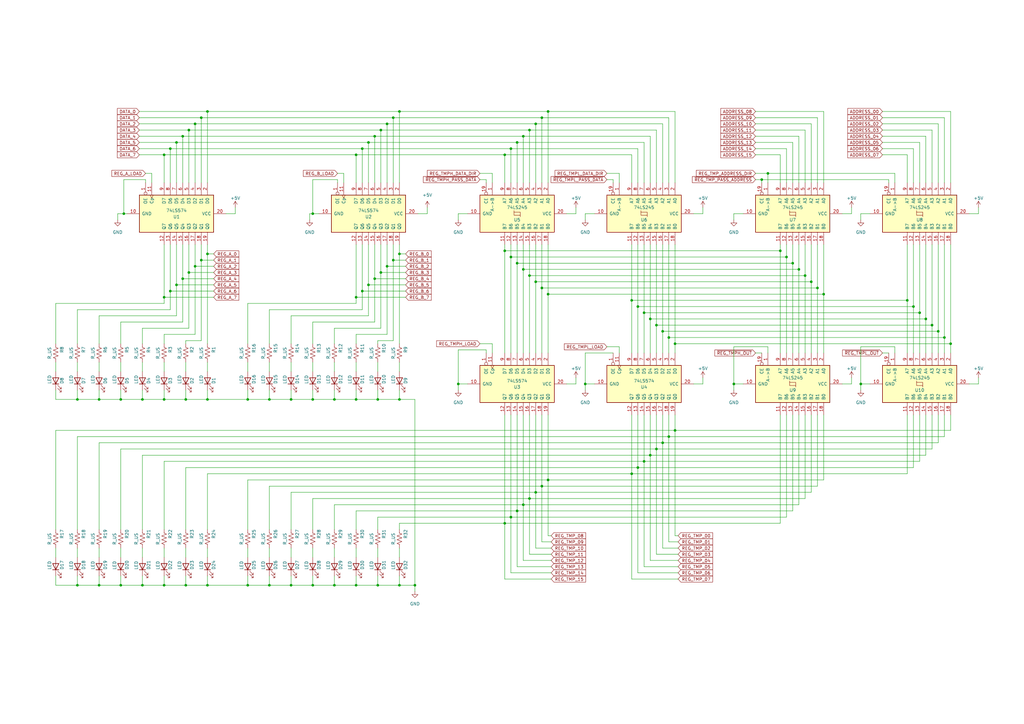
<source format=kicad_sch>
(kicad_sch (version 20231120) (generator "eeschema") (generator_version "8.0")
  (paper "A3")
  (junction (at 224.79 196.85))
  (junction (at 137.16 240.03))
  (junction (at 156.21 53.34))
  (junction (at 49.53 163.83))
  (junction (at 74.93 114.3))
  (junction (at 146.05 63.5))
  (junction (at 353.06 157.48))
  (junction (at 58.42 240.03))
  (junction (at 259.08 123.19))
  (junction (at 217.17 204.47))
  (junction (at 387.35 138.43))
  (junction (at 128.27 240.03))
  (junction (at 67.31 163.83))
  (junction (at 264.16 189.23))
  (junction (at 314.96 71.12))
  (junction (at 312.42 73.66))
  (junction (at 146.05 240.03))
  (junction (at 170.18 240.03))
  (junction (at 110.49 163.83))
  (junction (at 85.09 240.03))
  (junction (at 154.94 240.03))
  (junction (at 72.39 116.84))
  (junction (at 163.83 163.83))
  (junction (at 82.55 48.26))
  (junction (at 148.59 60.96))
  (junction (at 300.99 157.48))
  (junction (at 207.01 63.5))
  (junction (at 207.01 102.87))
  (junction (at 119.38 163.83))
  (junction (at 128.27 163.83))
  (junction (at 276.86 140.97))
  (junction (at 163.83 45.72))
  (junction (at 119.38 240.03))
  (junction (at 271.78 181.61))
  (junction (at 219.71 50.8))
  (junction (at 240.03 157.48))
  (junction (at 49.53 240.03))
  (junction (at 271.78 135.89))
  (junction (at 110.49 240.03))
  (junction (at 335.28 118.11))
  (junction (at 161.29 106.68))
  (junction (at 214.63 207.01))
  (junction (at 77.47 111.76))
  (junction (at 274.32 179.07))
  (junction (at 212.09 107.95))
  (junction (at 320.04 102.87))
  (junction (at 214.63 110.49))
  (junction (at 158.75 50.8))
  (junction (at 222.25 118.11))
  (junction (at 67.31 63.5))
  (junction (at 330.2 113.03))
  (junction (at 212.09 58.42))
  (junction (at 377.19 128.27))
  (junction (at 266.7 186.69))
  (junction (at 259.08 194.31))
  (junction (at 137.16 163.83))
  (junction (at 163.83 104.14))
  (junction (at 101.6 163.83))
  (junction (at 261.62 191.77))
  (junction (at 269.24 133.35))
  (junction (at 382.27 133.35))
  (junction (at 146.05 163.83))
  (junction (at 389.89 140.97))
  (junction (at 72.39 58.42))
  (junction (at 374.65 125.73))
  (junction (at 222.25 48.26))
  (junction (at 337.82 120.65))
  (junction (at 384.81 135.89))
  (junction (at 161.29 48.26))
  (junction (at 67.31 121.92))
  (junction (at 187.96 157.48))
  (junction (at 74.93 55.88))
  (junction (at 151.13 116.84))
  (junction (at 85.09 163.83))
  (junction (at 80.01 109.22))
  (junction (at 212.09 209.55))
  (junction (at 146.05 121.92))
  (junction (at 219.71 201.93))
  (junction (at 50.8 87.63))
  (junction (at 269.24 184.15))
  (junction (at 85.09 104.14))
  (junction (at 76.2 240.03))
  (junction (at 31.75 163.83))
  (junction (at 209.55 212.09))
  (junction (at 67.31 240.03))
  (junction (at 379.73 130.81))
  (junction (at 31.75 240.03))
  (junction (at 327.66 110.49))
  (junction (at 217.17 113.03))
  (junction (at 266.7 130.81))
  (junction (at 128.27 87.63))
  (junction (at 154.94 163.83))
  (junction (at 69.85 60.96))
  (junction (at 69.85 119.38))
  (junction (at 224.79 45.72))
  (junction (at 224.79 120.65))
  (junction (at 77.47 53.34))
  (junction (at 276.86 176.53))
  (junction (at 372.11 123.19))
  (junction (at 148.59 119.38))
  (junction (at 325.12 107.95))
  (junction (at 222.25 199.39))
  (junction (at 156.21 111.76))
  (junction (at 274.32 138.43))
  (junction (at 151.13 58.42))
  (junction (at 207.01 214.63))
  (junction (at 153.67 114.3))
  (junction (at 219.71 115.57))
  (junction (at 217.17 53.34))
  (junction (at 264.16 128.27))
  (junction (at 76.2 163.83))
  (junction (at 40.64 240.03))
  (junction (at 153.67 55.88))
  (junction (at 163.83 240.03))
  (junction (at 82.55 106.68))
  (junction (at 85.09 45.72))
  (junction (at 209.55 105.41))
  (junction (at 80.01 50.8))
  (junction (at 158.75 109.22))
  (junction (at 332.74 115.57))
  (junction (at 261.62 125.73))
  (junction (at 101.6 240.03))
  (junction (at 214.63 55.88))
  (junction (at 58.42 163.83))
  (junction (at 209.55 60.96))
  (junction (at 40.64 163.83))
  (junction (at 322.58 105.41))
  (wire (pts (xy 254 144.78) (xy 254 142.24)))
  (wire (pts (xy 320.04 170.18) (xy 320.04 214.63)))
  (wire (pts (xy 288.29 85.09) (xy 288.29 87.63)))
  (wire (pts (xy 69.85 127) (xy 31.75 127)))
  (wire (pts (xy 201.93 144.78) (xy 201.93 140.97)))
  (wire (pts (xy 196.85 140.97) (xy 201.93 140.97)))
  (wire (pts (xy 264.16 170.18) (xy 264.16 189.23)))
  (wire (pts (xy 217.17 227.33) (xy 226.06 227.33)))
  (wire (pts (xy 31.75 148.59) (xy 31.75 152.4)))
  (wire (pts (xy 128.27 236.22) (xy 128.27 240.03)))
  (wire (pts (xy 382.27 100.33) (xy 382.27 133.35)))
  (wire (pts (xy 389.89 74.93) (xy 389.89 45.72)))
  (wire (pts (xy 58.42 236.22) (xy 58.42 240.03)))
  (wire (pts (xy 222.25 199.39) (xy 335.28 199.39)))
  (wire (pts (xy 254 71.12) (xy 254 74.93)))
  (wire (pts (xy 236.22 85.09) (xy 236.22 87.63)))
  (wire (pts (xy 382.27 170.18) (xy 382.27 184.15)))
  (wire (pts (xy 22.86 224.79) (xy 22.86 228.6)))
  (wire (pts (xy 232.41 157.48) (xy 236.22 157.48)))
  (wire (pts (xy 337.82 170.18) (xy 337.82 196.85)))
  (wire (pts (xy 224.79 170.18) (xy 224.79 196.85)))
  (wire (pts (xy 49.53 160.02) (xy 49.53 163.83)))
  (wire (pts (xy 57.15 45.72) (xy 85.09 45.72)))
  (wire (pts (xy 300.99 157.48) (xy 304.8 157.48)))
  (wire (pts (xy 146.05 240.03) (xy 137.16 240.03)))
  (wire (pts (xy 154.94 224.79) (xy 154.94 228.6)))
  (wire (pts (xy 85.09 224.79) (xy 85.09 228.6)))
  (wire (pts (xy 137.16 148.59) (xy 137.16 152.4)))
  (wire (pts (xy 320.04 100.33) (xy 320.04 102.87)))
  (wire (pts (xy 322.58 170.18) (xy 322.58 212.09)))
  (wire (pts (xy 85.09 240.03) (xy 76.2 240.03)))
  (wire (pts (xy 57.15 58.42) (xy 72.39 58.42)))
  (wire (pts (xy 335.28 74.93) (xy 335.28 48.26)))
  (wire (pts (xy 158.75 100.33) (xy 158.75 109.22)))
  (wire (pts (xy 259.08 123.19) (xy 259.08 144.78)))
  (wire (pts (xy 22.86 236.22) (xy 22.86 240.03)))
  (wire (pts (xy 158.75 137.16) (xy 146.05 137.16)))
  (wire (pts (xy 259.08 194.31) (xy 372.11 194.31)))
  (wire (pts (xy 110.49 199.39) (xy 222.25 199.39)))
  (wire (pts (xy 224.79 219.71) (xy 226.06 219.71)))
  (wire (pts (xy 382.27 133.35) (xy 269.24 133.35)))
  (wire (pts (xy 110.49 127) (xy 110.49 140.97)))
  (wire (pts (xy 148.59 60.96) (xy 209.55 60.96)))
  (wire (pts (xy 58.42 186.69) (xy 58.42 217.17)))
  (wire (pts (xy 261.62 60.96) (xy 209.55 60.96)))
  (wire (pts (xy 300.99 157.48) (xy 300.99 160.02)))
  (wire (pts (xy 212.09 58.42) (xy 212.09 74.93)))
  (wire (pts (xy 300.99 87.63) (xy 300.99 90.17)))
  (wire (pts (xy 276.86 170.18) (xy 276.86 176.53)))
  (wire (pts (xy 274.32 179.07) (xy 387.35 179.07)))
  (wire (pts (xy 58.42 163.83) (xy 49.53 163.83)))
  (wire (pts (xy 96.52 85.09) (xy 96.52 87.63)))
  (wire (pts (xy 330.2 113.03) (xy 330.2 100.33)))
  (wire (pts (xy 374.65 125.73) (xy 374.65 100.33)))
  (wire (pts (xy 384.81 181.61) (xy 271.78 181.61)))
  (wire (pts (xy 243.84 87.63) (xy 240.03 87.63)))
  (wire (pts (xy 327.66 100.33) (xy 327.66 110.49)))
  (wire (pts (xy 261.62 191.77) (xy 76.2 191.77)))
  (wire (pts (xy 264.16 100.33) (xy 264.16 128.27)))
  (wire (pts (xy 146.05 209.55) (xy 146.05 217.17)))
  (wire (pts (xy 345.44 157.48) (xy 349.25 157.48)))
  (wire (pts (xy 274.32 170.18) (xy 274.32 179.07)))
  (wire (pts (xy 31.75 236.22) (xy 31.75 240.03)))
  (wire (pts (xy 74.93 114.3) (xy 87.63 114.3)))
  (wire (pts (xy 85.09 104.14) (xy 87.63 104.14)))
  (wire (pts (xy 209.55 74.93) (xy 209.55 60.96)))
  (wire (pts (xy 361.95 45.72) (xy 389.89 45.72)))
  (wire (pts (xy 76.2 224.79) (xy 76.2 228.6)))
  (wire (pts (xy 58.42 160.02) (xy 58.42 163.83)))
  (wire (pts (xy 156.21 74.93) (xy 156.21 53.34)))
  (wire (pts (xy 236.22 154.94) (xy 236.22 157.48)))
  (wire (pts (xy 187.96 157.48) (xy 191.77 157.48)))
  (wire (pts (xy 261.62 191.77) (xy 374.65 191.77)))
  (wire (pts (xy 261.62 125.73) (xy 261.62 144.78)))
  (wire (pts (xy 330.2 74.93) (xy 330.2 53.34)))
  (wire (pts (xy 77.47 111.76) (xy 77.47 134.62)))
  (wire (pts (xy 158.75 109.22) (xy 158.75 137.16)))
  (wire (pts (xy 101.6 224.79) (xy 101.6 228.6)))
  (wire (pts (xy 40.64 163.83) (xy 31.75 163.83)))
  (wire (pts (xy 389.89 170.18) (xy 389.89 176.53)))
  (wire (pts (xy 212.09 107.95) (xy 325.12 107.95)))
  (wire (pts (xy 387.35 170.18) (xy 387.35 179.07)))
  (wire (pts (xy 377.19 170.18) (xy 377.19 189.23)))
  (wire (pts (xy 128.27 148.59) (xy 128.27 152.4)))
  (wire (pts (xy 31.75 160.02) (xy 31.75 163.83)))
  (wire (pts (xy 92.71 87.63) (xy 96.52 87.63)))
  (wire (pts (xy 372.11 100.33) (xy 372.11 123.19)))
  (wire (pts (xy 264.16 128.27) (xy 264.16 144.78)))
  (wire (pts (xy 80.01 50.8) (xy 158.75 50.8)))
  (wire (pts (xy 379.73 170.18) (xy 379.73 186.69)))
  (wire (pts (xy 276.86 100.33) (xy 276.86 140.97)))
  (wire (pts (xy 309.88 50.8) (xy 332.74 50.8)))
  (wire (pts (xy 271.78 100.33) (xy 271.78 135.89)))
  (wire (pts (xy 269.24 170.18) (xy 269.24 184.15)))
  (wire (pts (xy 384.81 135.89) (xy 384.81 144.78)))
  (wire (pts (xy 163.83 240.03) (xy 170.18 240.03)))
  (wire (pts (xy 80.01 50.8) (xy 80.01 74.93)))
  (wire (pts (xy 148.59 127) (xy 110.49 127)))
  (wire (pts (xy 101.6 160.02) (xy 101.6 163.83)))
  (wire (pts (xy 309.88 63.5) (xy 320.04 63.5)))
  (wire (pts (xy 80.01 109.22) (xy 87.63 109.22)))
  (wire (pts (xy 224.79 196.85) (xy 337.82 196.85)))
  (wire (pts (xy 353.06 157.48) (xy 356.87 157.48)))
  (wire (pts (xy 67.31 100.33) (xy 67.31 121.92)))
  (wire (pts (xy 207.01 102.87) (xy 320.04 102.87)))
  (wire (pts (xy 259.08 194.31) (xy 259.08 237.49)))
  (wire (pts (xy 187.96 143.51) (xy 187.96 157.48)))
  (wire (pts (xy 163.83 148.59) (xy 163.83 152.4)))
  (wire (pts (xy 72.39 129.54) (xy 40.64 129.54)))
  (wire (pts (xy 335.28 118.11) (xy 335.28 100.33)))
  (wire (pts (xy 161.29 48.26) (xy 222.25 48.26)))
  (wire (pts (xy 325.12 74.93) (xy 325.12 58.42)))
  (wire (pts (xy 110.49 160.02) (xy 110.49 163.83)))
  (wire (pts (xy 154.94 148.59) (xy 154.94 152.4)))
  (wire (pts (xy 353.06 87.63) (xy 353.06 90.17)))
  (wire (pts (xy 209.55 170.18) (xy 209.55 212.09)))
  (wire (pts (xy 140.97 74.93) (xy 140.97 71.12)))
  (wire (pts (xy 146.05 236.22) (xy 146.05 240.03)))
  (wire (pts (xy 274.32 48.26) (xy 274.32 74.93)))
  (wire (pts (xy 138.43 73.66) (xy 128.27 73.66)))
  (wire (pts (xy 337.82 100.33) (xy 337.82 120.65)))
  (wire (pts (xy 57.15 53.34) (xy 77.47 53.34)))
  (wire (pts (xy 212.09 209.55) (xy 325.12 209.55)))
  (wire (pts (xy 337.82 120.65) (xy 337.82 144.78)))
  (wire (pts (xy 67.31 121.92) (xy 67.31 124.46)))
  (wire (pts (xy 271.78 135.89) (xy 271.78 144.78)))
  (wire (pts (xy 85.09 163.83) (xy 101.6 163.83)))
  (wire (pts (xy 58.42 148.59) (xy 58.42 152.4)))
  (wire (pts (xy 271.78 181.61) (xy 40.64 181.61)))
  (wire (pts (xy 67.31 63.5) (xy 146.05 63.5)))
  (wire (pts (xy 335.28 118.11) (xy 335.28 144.78)))
  (wire (pts (xy 31.75 224.79) (xy 31.75 228.6)))
  (wire (pts (xy 217.17 204.47) (xy 128.27 204.47)))
  (wire (pts (xy 284.48 87.63) (xy 288.29 87.63)))
  (wire (pts (xy 248.92 71.12) (xy 254 71.12)))
  (wire (pts (xy 261.62 125.73) (xy 374.65 125.73)))
  (wire (pts (xy 146.05 100.33) (xy 146.05 121.92)))
  (wire (pts (xy 222.25 48.26) (xy 222.25 74.93)))
  (wire (pts (xy 361.95 58.42) (xy 377.19 58.42)))
  (wire (pts (xy 57.15 63.5) (xy 67.31 63.5)))
  (wire (pts (xy 271.78 181.61) (xy 271.78 224.79)))
  (wire (pts (xy 69.85 74.93) (xy 69.85 60.96)))
  (wire (pts (xy 163.83 163.83) (xy 154.94 163.83)))
  (wire (pts (xy 274.32 222.25) (xy 278.13 222.25)))
  (wire (pts (xy 384.81 170.18) (xy 384.81 181.61)))
  (wire (pts (xy 69.85 100.33) (xy 69.85 119.38)))
  (wire (pts (xy 85.09 74.93) (xy 85.09 45.72)))
  (wire (pts (xy 128.27 240.03) (xy 119.38 240.03)))
  (wire (pts (xy 219.71 201.93) (xy 119.38 201.93)))
  (wire (pts (xy 72.39 74.93) (xy 72.39 58.42)))
  (wire (pts (xy 312.42 74.93) (xy 312.42 73.66)))
  (wire (pts (xy 217.17 100.33) (xy 217.17 113.03)))
  (wire (pts (xy 274.32 179.07) (xy 274.32 222.25)))
  (wire (pts (xy 271.78 135.89) (xy 384.81 135.89)))
  (wire (pts (xy 67.31 163.83) (xy 58.42 163.83)))
  (wire (pts (xy 212.09 58.42) (xy 264.16 58.42)))
  (wire (pts (xy 367.03 142.24) (xy 367.03 144.78)))
  (wire (pts (xy 240.03 157.48) (xy 240.03 160.02)))
  (wire (pts (xy 269.24 184.15) (xy 382.27 184.15)))
  (wire (pts (xy 212.09 232.41) (xy 226.06 232.41)))
  (wire (pts (xy 137.16 236.22) (xy 137.16 240.03)))
  (wire (pts (xy 387.35 74.93) (xy 387.35 48.26)))
  (wire (pts (xy 261.62 191.77) (xy 261.62 234.95)))
  (wire (pts (xy 85.09 240.03) (xy 101.6 240.03)))
  (wire (pts (xy 77.47 53.34) (xy 77.47 74.93)))
  (wire (pts (xy 337.82 120.65) (xy 224.79 120.65)))
  (wire (pts (xy 110.49 163.83) (xy 101.6 163.83)))
  (wire (pts (xy 175.26 85.09) (xy 175.26 87.63)))
  (wire (pts (xy 154.94 240.03) (xy 146.05 240.03)))
  (wire (pts (xy 137.16 207.01) (xy 137.16 217.17)))
  (wire (pts (xy 266.7 74.93) (xy 266.7 55.88)))
  (wire (pts (xy 361.95 55.88) (xy 379.73 55.88)))
  (wire (pts (xy 212.09 100.33) (xy 212.09 107.95)))
  (wire (pts (xy 31.75 179.07) (xy 31.75 217.17)))
  (wire (pts (xy 214.63 100.33) (xy 214.63 110.49)))
  (wire (pts (xy 76.2 139.7) (xy 76.2 140.97)))
  (wire (pts (xy 232.41 87.63) (xy 236.22 87.63)))
  (wire (pts (xy 219.71 201.93) (xy 219.71 224.79)))
  (wire (pts (xy 170.18 163.83) (xy 170.18 240.03)))
  (wire (pts (xy 266.7 229.87) (xy 278.13 229.87)))
  (wire (pts (xy 119.38 148.59) (xy 119.38 152.4)))
  (wire (pts (xy 153.67 114.3) (xy 166.37 114.3)))
  (wire (pts (xy 372.11 123.19) (xy 372.11 144.78)))
  (wire (pts (xy 40.64 240.03) (xy 31.75 240.03)))
  (wire (pts (xy 332.74 115.57) (xy 219.71 115.57)))
  (wire (pts (xy 219.71 224.79) (xy 226.06 224.79)))
  (wire (pts (xy 50.8 87.63) (xy 52.07 87.63)))
  (wire (pts (xy 266.7 100.33) (xy 266.7 130.81)))
  (wire (pts (xy 259.08 194.31) (xy 85.09 194.31)))
  (wire (pts (xy 309.88 58.42) (xy 325.12 58.42)))
  (wire (pts (xy 67.31 240.03) (xy 58.42 240.03)))
  (wire (pts (xy 274.32 179.07) (xy 31.75 179.07)))
  (wire (pts (xy 300.99 142.24) (xy 300.99 157.48)))
  (wire (pts (xy 217.17 170.18) (xy 217.17 204.47)))
  (wire (pts (xy 219.71 100.33) (xy 219.71 115.57)))
  (wire (pts (xy 264.16 232.41) (xy 278.13 232.41)))
  (wire (pts (xy 156.21 134.62) (xy 137.16 134.62)))
  (wire (pts (xy 377.19 128.27) (xy 377.19 144.78)))
  (wire (pts (xy 259.08 63.5) (xy 259.08 74.93)))
  (wire (pts (xy 59.69 71.12) (xy 62.23 71.12)))
  (wire (pts (xy 49.53 224.79) (xy 49.53 228.6)))
  (wire (pts (xy 22.86 176.53) (xy 22.86 217.17)))
  (wire (pts (xy 271.78 50.8) (xy 219.71 50.8)))
  (wire (pts (xy 72.39 100.33) (xy 72.39 116.84)))
  (wire (pts (xy 209.55 212.09) (xy 209.55 234.95)))
  (wire (pts (xy 224.79 196.85) (xy 224.79 219.71)))
  (wire (pts (xy 207.01 237.49) (xy 226.06 237.49)))
  (wire (pts (xy 80.01 137.16) (xy 67.31 137.16)))
  (wire (pts (xy 48.26 87.63) (xy 50.8 87.63)))
  (wire (pts (xy 128.27 160.02) (xy 128.27 163.83)))
  (wire (pts (xy 274.32 100.33) (xy 274.32 138.43)))
  (wire (pts (xy 127 87.63) (xy 127 90.17)))
  (wire (pts (xy 82.55 100.33) (xy 82.55 106.68)))
  (wire (pts (xy 276.86 74.93) (xy 276.86 45.72)))
  (wire (pts (xy 40.64 236.22) (xy 40.64 240.03)))
  (wire (pts (xy 67.31 224.79) (xy 67.31 228.6)))
  (wire (pts (xy 261.62 100.33) (xy 261.62 125.73)))
  (wire (pts (xy 248.92 73.66) (xy 251.46 73.66)))
  (wire (pts (xy 85.09 100.33) (xy 85.09 104.14)))
  (wire (pts (xy 217.17 113.03) (xy 330.2 113.03)))
  (wire (pts (xy 153.67 132.08) (xy 128.27 132.08)))
  (wire (pts (xy 374.65 74.93) (xy 374.65 60.96)))
  (wire (pts (xy 276.86 45.72) (xy 224.79 45.72)))
  (wire (pts (xy 146.05 163.83) (xy 137.16 163.83)))
  (wire (pts (xy 276.86 219.71) (xy 278.13 219.71)))
  (wire (pts (xy 22.86 160.02) (xy 22.86 163.83)))
  (wire (pts (xy 222.25 48.26) (xy 274.32 48.26)))
  (wire (pts (xy 389.89 100.33) (xy 389.89 140.97)))
  (wire (pts (xy 320.04 63.5) (xy 320.04 74.93)))
  (wire (pts (xy 49.53 184.15) (xy 49.53 217.17)))
  (wire (pts (xy 322.58 100.33) (xy 322.58 105.41)))
  (wire (pts (xy 372.11 74.93) (xy 372.11 63.5)))
  (wire (pts (xy 332.74 74.93) (xy 332.74 50.8)))
  (wire (pts (xy 207.01 170.18) (xy 207.01 214.63)))
  (wire (pts (xy 264.16 189.23) (xy 264.16 232.41)))
  (wire (pts (xy 146.05 124.46) (xy 101.6 124.46)))
  (wire (pts (xy 82.55 139.7) (xy 76.2 139.7)))
  (wire (pts (xy 119.38 160.02) (xy 119.38 163.83)))
  (wire (pts (xy 397.51 87.63) (xy 401.32 87.63)))
  (wire (pts (xy 191.77 87.63) (xy 187.96 87.63)))
  (wire (pts (xy 266.7 55.88) (xy 214.63 55.88)))
  (wire (pts (xy 154.94 139.7) (xy 154.94 140.97)))
  (wire (pts (xy 77.47 53.34) (xy 156.21 53.34)))
  (wire (pts (xy 151.13 58.42) (xy 212.09 58.42)))
  (wire (pts (xy 137.16 224.79) (xy 137.16 228.6)))
  (wire (pts (xy 69.85 119.38) (xy 87.63 119.38)))
  (wire (pts (xy 214.63 229.87) (xy 226.06 229.87)))
  (wire (pts (xy 222.25 118.11) (xy 335.28 118.11)))
  (wire (pts (xy 207.01 63.5) (xy 259.08 63.5)))
  (wire (pts (xy 217.17 113.03) (xy 217.17 144.78)))
  (wire (pts (xy 76.2 148.59) (xy 76.2 152.4)))
  (wire (pts (xy 76.2 240.03) (xy 67.31 240.03)))
  (wire (pts (xy 110.49 236.22) (xy 110.49 240.03)))
  (wire (pts (xy 57.15 60.96) (xy 69.85 60.96)))
  (wire (pts (xy 77.47 100.33) (xy 77.47 111.76)))
  (wire (pts (xy 209.55 212.09) (xy 154.94 212.09)))
  (wire (pts (xy 222.25 118.11) (xy 222.25 144.78)))
  (wire (pts (xy 309.88 48.26) (xy 335.28 48.26)))
  (wire (pts (xy 353.06 157.48) (xy 353.06 160.02)))
  (wire (pts (xy 59.69 73.66) (xy 50.8 73.66)))
  (wire (pts (xy 259.08 237.49) (xy 278.13 237.49)))
  (wire (pts (xy 59.69 74.93) (xy 59.69 73.66)))
  (wire (pts (xy 146.05 224.79) (xy 146.05 228.6)))
  (wire (pts (xy 361.95 60.96) (xy 374.65 60.96)))
  (wire (pts (xy 48.26 87.63) (xy 48.26 90.17)))
  (wire (pts (xy 259.08 100.33) (xy 259.08 123.19)))
  (wire (pts (xy 151.13 100.33) (xy 151.13 116.84)))
  (wire (pts (xy 153.67 55.88) (xy 153.67 74.93)))
  (wire (pts (xy 50.8 73.66) (xy 50.8 87.63)))
  (wire (pts (xy 187.96 87.63) (xy 187.96 90.17)))
  (wire (pts (xy 212.09 107.95) (xy 212.09 144.78)))
  (wire (pts (xy 212.09 209.55) (xy 146.05 209.55)))
  (wire (pts (xy 243.84 157.48) (xy 240.03 157.48)))
  (wire (pts (xy 161.29 106.68) (xy 161.29 139.7)))
  (wire (pts (xy 67.31 74.93) (xy 67.31 63.5)))
  (wire (pts (xy 31.75 127) (xy 31.75 140.97)))
  (wire (pts (xy 207.01 214.63) (xy 163.83 214.63)))
  (wire (pts (xy 276.86 140.97) (xy 389.89 140.97)))
  (wire (pts (xy 58.42 134.62) (xy 58.42 140.97)))
  (wire (pts (xy 69.85 119.38) (xy 69.85 127)))
  (wire (pts (xy 207.01 102.87) (xy 207.01 144.78)))
  (wire (pts (xy 212.09 170.18) (xy 212.09 209.55)))
  (wire (pts (xy 266.7 130.81) (xy 266.7 144.78)))
  (wire (pts (xy 276.86 176.53) (xy 389.89 176.53)))
  (wire (pts (xy 217.17 204.47) (xy 217.17 227.33)))
  (wire (pts (xy 76.2 236.22) (xy 76.2 240.03)))
  (wire (pts (xy 146.05 121.92) (xy 146.05 124.46)))
  (wire (pts (xy 163.83 104.14) (xy 166.37 104.14)))
  (wire (pts (xy 85.09 236.22) (xy 85.09 240.03)))
  (wire (pts (xy 154.94 212.09) (xy 154.94 217.17)))
  (wire (pts (xy 377.19 74.93) (xy 377.19 58.42)))
  (wire (pts (xy 364.49 74.93) (xy 364.49 73.66)))
  (wire (pts (xy 154.94 163.83) (xy 146.05 163.83)))
  (wire (pts (xy 261.62 170.18) (xy 261.62 191.77)))
  (wire (pts (xy 67.31 160.02) (xy 67.31 163.83)))
  (wire (pts (xy 49.53 236.22) (xy 49.53 240.03)))
  (wire (pts (xy 40.64 148.59) (xy 40.64 152.4)))
  (wire (pts (xy 327.66 55.88) (xy 327.66 74.93)))
  (wire (pts (xy 382.27 133.35) (xy 382.27 144.78)))
  (wire (pts (xy 349.25 154.94) (xy 349.25 157.48)))
  (wire (pts (xy 119.38 240.03) (xy 110.49 240.03)))
  (wire (pts (xy 264.16 189.23) (xy 67.31 189.23)))
  (wire (pts (xy 199.39 144.78) (xy 199.39 143.51)))
  (wire (pts (xy 22.86 124.46) (xy 22.86 140.97)))
  (wire (pts (xy 271.78 170.18) (xy 271.78 181.61)))
  (wire (pts (xy 309.88 53.34) (xy 330.2 53.34)))
  (wire (pts (xy 387.35 138.43) (xy 387.35 144.78)))
  (wire (pts (xy 269.24 100.33) (xy 269.24 133.35)))
  (wire (pts (xy 156.21 53.34) (xy 217.17 53.34)))
  (wire (pts (xy 72.39 116.84) (xy 87.63 116.84)))
  (wire (pts (xy 219.71 74.93) (xy 219.71 50.8)))
  (wire (pts (xy 325.12 170.18) (xy 325.12 209.55)))
  (wire (pts (xy 146.05 148.59) (xy 146.05 152.4)))
  (wire (pts (xy 163.83 163.83) (xy 170.18 163.83)))
  (wire (pts (xy 148.59 119.38) (xy 166.37 119.38)))
  (wire (pts (xy 224.79 100.33) (xy 224.79 120.65)))
  (wire (pts (xy 85.09 148.59) (xy 85.09 152.4)))
  (wire (pts (xy 209.55 105.41) (xy 209.55 144.78)))
  (wire (pts (xy 274.32 138.43) (xy 274.32 144.78)))
  (wire (pts (xy 148.59 60.96) (xy 148.59 74.93)))
  (wire (pts (xy 325.12 107.95) (xy 325.12 100.33)))
  (wire (pts (xy 40.64 129.54) (xy 40.64 140.97)))
  (wire (pts (xy 374.65 125.73) (xy 374.65 144.78)))
  (wire (pts (xy 163.83 240.03) (xy 154.94 240.03)))
  (wire (pts (xy 154.94 236.22) (xy 154.94 240.03)))
  (wire (pts (xy 161.29 48.26) (xy 161.29 74.93)))
  (wire (pts (xy 335.28 170.18) (xy 335.28 199.39)))
  (wire (pts (xy 74.93 100.33) (xy 74.93 114.3)))
  (wire (pts (xy 67.31 148.59) (xy 67.31 152.4)))
  (wire (pts (xy 201.93 74.93) (xy 201.93 71.12)))
  (wire (pts (xy 271.78 224.79) (xy 278.13 224.79)))
  (wire (pts (xy 151.13 129.54) (xy 119.38 129.54)))
  (wire (pts (xy 269.24 133.35) (xy 269.24 144.78)))
  (wire (pts (xy 163.83 160.02) (xy 163.83 163.83)))
  (wire (pts (xy 251.46 144.78) (xy 240.03 144.78)))
  (wire (pts (xy 217.17 204.47) (xy 330.2 204.47)))
  (wire (pts (xy 276.86 176.53) (xy 22.86 176.53)))
  (wire (pts (xy 31.75 240.03) (xy 22.86 240.03)))
  (wire (pts (xy 309.88 144.78) (xy 312.42 144.78)))
  (wire (pts (xy 153.67 114.3) (xy 153.67 132.08)))
  (wire (pts (xy 49.53 148.59) (xy 49.53 152.4)))
  (wire (pts (xy 146.05 137.16) (xy 146.05 140.97)))
  (wire (pts (xy 137.16 240.03) (xy 128.27 240.03)))
  (wire (pts (xy 264.16 58.42) (xy 264.16 74.93)))
  (wire (pts (xy 154.94 160.02) (xy 154.94 163.83)))
  (wire (pts (xy 212.09 209.55) (xy 212.09 232.41)))
  (wire (pts (xy 158.75 50.8) (xy 158.75 74.93)))
  (wire (pts (xy 101.6 196.85) (xy 101.6 217.17)))
  (wire (pts (xy 163.83 224.79) (xy 163.83 228.6)))
  (wire (pts (xy 82.55 106.68) (xy 82.55 139.7)))
  (wire (pts (xy 309.88 45.72) (xy 337.82 45.72)))
  (wire (pts (xy 101.6 148.59) (xy 101.6 152.4)))
  (wire (pts (xy 128.27 73.66) (xy 128.27 87.63)))
  (wire (pts (xy 327.66 110.49) (xy 327.66 144.78)))
  (wire (pts (xy 74.93 114.3) (xy 74.93 132.08)))
  (wire (pts (xy 67.31 236.22) (xy 67.31 240.03)))
  (wire (pts (xy 110.49 240.03) (xy 101.6 240.03)))
  (wire (pts (xy 251.46 74.93) (xy 251.46 73.66)))
  (wire (pts (xy 401.32 85.09) (xy 401.32 87.63)))
  (wire (pts (xy 49.53 163.83) (xy 40.64 163.83)))
  (wire (pts (xy 367.03 74.93) (xy 367.03 71.12)))
  (wire (pts (xy 207.01 214.63) (xy 207.01 237.49)))
  (wire (pts (xy 209.55 212.09) (xy 322.58 212.09)))
  (wire (pts (xy 269.24 184.15) (xy 269.24 227.33)))
  (wire (pts (xy 309.88 60.96) (xy 322.58 60.96)))
  (wire (pts (xy 261.62 234.95) (xy 278.13 234.95)))
  (wire (pts (xy 266.7 130.81) (xy 379.73 130.81)))
  (wire (pts (xy 151.13 116.84) (xy 166.37 116.84)))
  (wire (pts (xy 130.81 87.63) (xy 128.27 87.63)))
  (wire (pts (xy 377.19 100.33) (xy 377.19 128.27)))
  (wire (pts (xy 374.65 170.18) (xy 374.65 191.77)))
  (wire (pts (xy 74.93 74.93) (xy 74.93 55.88)))
  (wire (pts (xy 309.88 71.12) (xy 314.96 71.12)))
  (wire (pts (xy 269.24 227.33) (xy 278.13 227.33)))
  (wire (pts (xy 119.38 224.79) (xy 119.38 228.6)))
  (wire (pts (xy 187.96 157.48) (xy 187.96 160.02)))
  (wire (pts (xy 57.15 55.88) (xy 74.93 55.88)))
  (wire (pts (xy 128.27 224.79) (xy 128.27 228.6)))
  (wire (pts (xy 171.45 87.63) (xy 175.26 87.63)))
  (wire (pts (xy 153.67 55.88) (xy 214.63 55.88)))
  (wire (pts (xy 85.09 45.72) (xy 163.83 45.72)))
  (wire (pts (xy 49.53 132.08) (xy 49.53 140.97)))
  (wire (pts (xy 349.25 85.09) (xy 349.25 87.63)))
  (wire (pts (xy 146.05 63.5) (xy 207.01 63.5)))
  (wire (pts (xy 276.86 176.53) (xy 276.86 219.71)))
  (wire (pts (xy 224.79 196.85) (xy 101.6 196.85)))
  (wire (pts (xy 151.13 58.42) (xy 151.13 74.93)))
  (wire (pts (xy 322.58 105.41) (xy 322.58 144.78)))
  (wire (pts (xy 314.96 142.24) (xy 314.96 144.78)))
  (wire (pts (xy 31.75 163.83) (xy 22.86 163.83)))
  (wire (pts (xy 271.78 74.93) (xy 271.78 50.8)))
  (wire (pts (xy 101.6 124.46) (xy 101.6 140.97)))
  (wire (pts (xy 384.81 74.93) (xy 384.81 50.8)))
  (wire (pts (xy 158.75 109.22) (xy 166.37 109.22)))
  (wire (pts (xy 332.74 170.18) (xy 332.74 201.93)))
  (wire (pts (xy 222.25 100.33) (xy 222.25 118.11)))
  (wire (pts (xy 327.66 110.49) (xy 214.63 110.49)))
  (wire (pts (xy 76.2 191.77) (xy 76.2 217.17)))
  (wire (pts (xy 330.2 170.18) (xy 330.2 204.47)))
  (wire (pts (xy 217.17 53.34) (xy 269.24 53.34)))
  (wire (pts (xy 199.39 74.93) (xy 199.39 73.66)))
  (wire (pts (xy 76.2 163.83) (xy 67.31 163.83)))
  (wire (pts (xy 40.64 160.02) (xy 40.64 163.83)))
  (wire (pts (xy 361.95 53.34) (xy 382.27 53.34)))
  (wire (pts (xy 353.06 157.48) (xy 353.06 142.24)))
  (wire (pts (xy 163.83 100.33) (xy 163.83 104.14)))
  (wire (pts (xy 214.63 74.93) (xy 214.63 55.88)))
  (wire (pts (xy 266.7 170.18) (xy 266.7 186.69)))
  (wire (pts (xy 156.21 100.33) (xy 156.21 111.76)))
  (wire (pts (xy 58.42 240.03) (xy 49.53 240.03)))
  (wire (pts (xy 77.47 111.76) (xy 87.63 111.76)))
  (wire (pts (xy 156.21 111.76) (xy 166.37 111.76)))
  (wire (pts (xy 214.63 207.01) (xy 214.63 229.87)))
  (wire (pts (xy 170.18 240.03) (xy 170.18 242.57)))
  (wire (pts (xy 151.13 116.84) (xy 151.13 129.54)))
  (wire (pts (xy 110.49 148.59) (xy 110.49 152.4)))
  (wire (pts (xy 314.96 74.93) (xy 314.96 71.12)))
  (wire (pts (xy 40.64 181.61) (xy 40.64 217.17)))
  (wire (pts (xy 222.25 222.25) (xy 226.06 222.25)))
  (wire (pts (xy 76.2 160.02) (xy 76.2 163.83)))
  (wire (pts (xy 110.49 224.79) (xy 110.49 228.6)))
  (wire (pts (xy 314.96 142.24) (xy 300.99 142.24)))
  (wire (pts (xy 320.04 102.87) (xy 320.04 144.78)))
  (wire (pts (xy 337.82 74.93) (xy 337.82 45.72)))
  (wire (pts (xy 266.7 186.69) (xy 58.42 186.69)))
  (wire (pts (xy 401.32 154.94) (xy 401.32 157.48)))
  (wire (pts (xy 110.49 217.17) (xy 110.49 199.39)))
  (wire (pts (xy 82.55 74.93) (xy 82.55 48.26)))
  (wire (pts (xy 128.27 163.83) (xy 119.38 163.83)))
  (wire (pts (xy 119.38 236.22) (xy 119.38 240.03)))
  (wire (pts (xy 382.27 74.93) (xy 382.27 53.34)))
  (wire (pts (xy 224.79 120.65) (xy 224.79 144.78)))
  (wire (pts (xy 67.31 121.92) (xy 87.63 121.92)))
  (wire (pts (xy 276.86 140.97) (xy 276.86 144.78)))
  (wire (pts (xy 217.17 53.34) (xy 217.17 74.93)))
  (wire (pts (xy 219.71 115.57) (xy 219.71 144.78)))
  (wire (pts (xy 387.35 100.33) (xy 387.35 138.43)))
  (wire (pts (xy 224.79 74.93) (xy 224.79 45.72)))
  (wire (pts (xy 379.73 130.81) (xy 379.73 144.78)))
  (wire (pts (xy 377.19 128.27) (xy 264.16 128.27)))
  (wire (pts (xy 148.59 119.38) (xy 148.59 127)))
  (wire (pts (xy 219.71 170.18) (xy 219.71 201.93)))
  (wire (pts (xy 327.66 170.18) (xy 327.66 207.01)))
  (wire (pts (xy 207.01 214.63) (xy 320.04 214.63)))
  (wire (pts (xy 312.42 73.66) (xy 364.49 73.66)))
  (wire (pts (xy 72.39 116.84) (xy 72.39 129.54)))
  (wire (pts (xy 158.75 50.8) (xy 219.71 50.8)))
  (wire (pts (xy 219.71 201.93) (xy 332.74 201.93)))
  (wire (pts (xy 199.39 143.51) (xy 187.96 143.51)))
  (wire (pts (xy 119.38 163.83) (xy 110.49 163.83)))
  (wire (pts (xy 314.96 71.12) (xy 367.03 71.12)))
  (wire (pts (xy 196.85 73.66) (xy 199.39 73.66)))
  (wire (pts (xy 137.16 163.83) (xy 128.27 163.83)))
  (wire (pts (xy 325.12 107.95) (xy 325.12 144.78)))
  (wire (pts (xy 85.09 160.02) (xy 85.09 163.83)))
  (wire (pts (xy 148.59 100.33) (xy 148.59 119.38)))
  (wire (pts (xy 330.2 113.03) (xy 330.2 144.78)))
  (wire (pts (xy 361.95 48.26) (xy 387.35 48.26)))
  (wire (pts (xy 309.88 55.88) (xy 327.66 55.88)))
  (wire (pts (xy 361.95 50.8) (xy 384.81 50.8)))
  (wire (pts (xy 332.74 115.57) (xy 332.74 144.78)))
  (wire (pts (xy 397.51 157.48) (xy 401.32 157.48)))
  (wire (pts (xy 161.29 139.7) (xy 154.94 139.7)))
  (wire (pts (xy 345.44 87.63) (xy 349.25 87.63)))
  (wire (pts (xy 379.73 74.93) (xy 379.73 55.88)))
  (wire (pts (xy 361.95 63.5) (xy 372.11 63.5)))
  (wire (pts (xy 69.85 60.96) (xy 148.59 60.96)))
  (wire (pts (xy 364.49 144.78) (xy 361.95 144.78)))
  (wire (pts (xy 304.8 87.63) (xy 300.99 87.63)))
  (wire (pts (xy 85.09 194.31) (xy 85.09 217.17)))
  (wire (pts (xy 269.24 184.15) (xy 49.53 184.15)))
  (wire (pts (xy 85.09 163.83) (xy 76.2 163.83)))
  (wire (pts (xy 207.01 100.33) (xy 207.01 102.87)))
  (wire (pts (xy 138.43 71.12) (xy 140.97 71.12)))
  (wire (pts (xy 82.55 48.26) (xy 161.29 48.26)))
  (wire (pts (xy 138.43 74.93) (xy 138.43 73.66)))
  (wire (pts (xy 74.93 132.08) (xy 49.53 132.08)))
  (wire (pts (xy 80.01 100.33) (xy 80.01 109.22)))
  (wire (pts (xy 156.21 111.76) (xy 156.21 134.62)))
  (wire (pts (xy 264.16 189.23) (xy 377.19 189.23)))
  (wire (pts (xy 74.93 55.88) (xy 153.67 55.88)))
  (wire (pts (xy 332.74 100.33) (xy 332.74 115.57)))
  (wire (pts (xy 266.7 186.69) (xy 266.7 229.87)))
  (wire (pts (xy 85.09 104.14) (xy 85.09 140.97)))
  (wire (pts (xy 266.7 186.69) (xy 379.73 186.69)))
  (wire (pts (xy 146.05 63.5) (xy 146.05 74.93)))
  (wire (pts (xy 128.27 87.63) (xy 127 87.63)))
  (wire (pts (xy 82.55 106.68) (xy 87.63 106.68)))
  (wire (pts (xy 119.38 201.93) (xy 119.38 217.17)))
  (wire (pts (xy 372.11 170.18) (xy 372.11 194.31)))
  (wire (pts (xy 214.63 110.49) (xy 214.63 144.78)))
  (wire (pts (xy 22.86 148.59) (xy 22.86 152.4)))
  (wire (pts (xy 207.01 63.5) (xy 207.01 74.93)))
  (wire (pts (xy 222.25 170.18) (xy 222.25 199.39)))
  (wire (pts (xy 209.55 234.95) (xy 226.06 234.95)))
  (wire (pts (xy 222.25 199.39) (xy 222.25 222.25)))
  (wire (pts (xy 196.85 71.12) (xy 201.93 71.12)))
  (wire (pts (xy 284.48 157.48) (xy 288.29 157.48)))
  (wire (pts (xy 259.08 170.18) (xy 259.08 194.31)))
  (wire (pts (xy 40.64 224.79) (xy 40.64 228.6)))
  (wire (pts (xy 146.05 121.92) (xy 166.37 121.92)))
  (wire (pts (xy 137.16 160.02) (xy 137.16 163.83)))
  (wire (pts (xy 322.58 74.93) (xy 322.58 60.96)))
  (wire (pts (xy 161.29 100.33) (xy 161.29 106.68)))
  (wire (pts (xy 57.15 50.8) (xy 80.01 50.8)))
  (wire (pts (xy 153.67 100.33) (xy 153.67 114.3)))
  (wire (pts (xy 80.01 109.22) (xy 80.01 137.16)))
  (wire (pts (xy 67.31 189.23) (xy 67.31 217.17)))
  (wire (pts (xy 163.83 104.14) (xy 163.83 140.97)))
  (wire (pts (xy 57.15 48.26) (xy 82.55 48.26)))
  (wire (pts (xy 214.63 207.01) (xy 137.16 207.01)))
  (wire (pts (xy 288.29 154.94) (xy 288.29 157.48)))
  (wire (pts (xy 101.6 236.22) (xy 101.6 240.03)))
  (wire (pts (xy 240.03 144.78) (xy 240.03 157.48)))
  (wire (pts (xy 137.16 134.62) (xy 137.16 140.97)))
  (wire (pts (xy 77.47 134.62) (xy 58.42 134.62)))
  (wire (pts (xy 356.87 87.63) (xy 353.06 87.63)))
  (wire (pts (xy 379.73 130.81) (xy 379.73 100.33)))
  (wire (pts (xy 309.88 73.66) (xy 312.42 73.66)))
  (wire (pts (xy 209.55 105.41) (xy 322.58 105.41)))
  (wire (pts (xy 269.24 53.34) (xy 269.24 74.93)))
  (wire (pts (xy 384.81 135.89) (xy 384.81 100.33)))
  (wire (pts (xy 353.06 142.24) (xy 367.03 142.24)))
  (wire (pts (xy 163.83 45.72) (xy 224.79 45.72)))
  (wire (pts (xy 161.29 106.68) (xy 166.37 106.68)))
  (wire (pts (xy 214.63 207.01) (xy 327.66 207.01)))
  (wire (pts (xy 372.11 123.19) (xy 259.08 123.19)))
  (wire (pts (xy 128.27 204.47) (xy 128.27 217.17)))
  (wire (pts (xy 146.05 160.02) (xy 146.05 163.83)))
  (wire (pts (xy 387.35 138.43) (xy 274.32 138.43)))
  (wire (pts (xy 163.83 74.93) (xy 163.83 45.72)))
  (wire (pts (xy 119.38 129.54) (xy 119.38 140.97)))
  (wire (pts (xy 163.83 236.22) (xy 163.83 240.03)))
  (wire (pts (xy 128.27 132.08) (xy 128.27 140.97)))
  (wire (pts (xy 163.83 214.63) (xy 163.83 217.17)))
  (wire (pts (xy 214.63 170.18) (xy 214.63 207.01)))
  (wire (pts (xy 62.23 74.93) (xy 62.23 71.12)))
  (wire (pts (xy 67.31 137.16) (xy 67.31 140.97)))
  (wire (pts (xy 248.92 142.24) (xy 254 142.24)))
  (wire (pts (xy 49.53 240.03) (xy 40.64 240.03)))
  (wire (pts (xy 261.62 74.93) (xy 261.62 60.96)))
  (wire (pts (xy 58.42 224.79) (xy 58.42 228.6)))
  (wire (pts (xy 72.39 58.42) (xy 151.13 58.42)))
  (wire (pts (xy 209.55 100.33) (xy 209.55 105.41)))
  (wire (pts (xy 240.03 87.63) (xy 240.03 90.17)))
  (wire (pts (xy 67.31 124.46) (xy 22.86 124.46)))
  (wire (pts (xy 389.89 140.97) (xy 389.89 144.78)))
  (global_label "REG_A_5" (shape input) (at 87.63 116.84 0) (property "Intersheetrefs" "${INTERSHEET_REFS}" (effects (hide yes))))
  (global_label "ADDRESS_10" (shape input) (at 309.88 50.8 180) (property "Intersheetrefs" "${INTERSHEET_REFS}" (effects (hide yes))))
  (global_label "DATA_1" (shape input) (at 57.15 48.26 180) (property "Intersheetrefs" "${INTERSHEET_REFS}" (effects (hide yes))))
  (global_label "REG_A_0" (shape input) (at 87.63 104.14 0) (property "Intersheetrefs" "${INTERSHEET_REFS}" (effects (hide yes))))
  (global_label "REG_TMP_00" (shape input) (at 278.13 219.71 0) (property "Intersheetrefs" "${INTERSHEET_REFS}" (effects (hide yes))))
  (global_label "ADDRESS_01" (shape input) (at 361.95 48.26 180) (property "Intersheetrefs" "${INTERSHEET_REFS}" (effects (hide yes))))
  (global_label "~{REG_TMP_PASS_ADDRESS}" (shape input) (at 309.88 73.66 180) (property "Intersheetrefs" "${INTERSHEET_REFS}" (effects (hide yes))))
  (global_label "ADDRESS_03" (shape input) (at 361.95 53.34 180) (property "Intersheetrefs" "${INTERSHEET_REFS}" (effects (hide yes))))
  (global_label "REG_B_1" (shape input) (at 166.37 106.68 0) (property "Intersheetrefs" "${INTERSHEET_REFS}" (effects (hide yes))))
  (global_label "REG_TMP_08" (shape input) (at 226.06 219.71 0) (property "Intersheetrefs" "${INTERSHEET_REFS}" (effects (hide yes))))
  (global_label "ADDRESS_11" (shape input) (at 309.88 53.34 180) (property "Intersheetrefs" "${INTERSHEET_REFS}" (effects (hide yes))))
  (global_label "REG_TMP_07" (shape input) (at 278.13 237.49 0) (property "Intersheetrefs" "${INTERSHEET_REFS}" (effects (hide yes))))
  (global_label "REG_TMP_04" (shape input) (at 278.13 229.87 0) (property "Intersheetrefs" "${INTERSHEET_REFS}" (effects (hide yes))))
  (global_label "REG_B_7" (shape input) (at 166.37 121.92 0) (property "Intersheetrefs" "${INTERSHEET_REFS}" (effects (hide yes))))
  (global_label "REG_TMP_ADDRESS_DIR" (shape input) (at 309.88 71.12 180) (property "Intersheetrefs" "${INTERSHEET_REFS}" (effects (hide yes))))
  (global_label "REG_TMP_02" (shape input) (at 278.13 224.79 0) (property "Intersheetrefs" "${INTERSHEET_REFS}" (effects (hide yes))))
  (global_label "ADDRESS_06" (shape input) (at 361.95 60.96 180) (property "Intersheetrefs" "${INTERSHEET_REFS}" (effects (hide yes))))
  (global_label "DATA_4" (shape input) (at 57.15 55.88 180) (property "Intersheetrefs" "${INTERSHEET_REFS}" (effects (hide yes))))
  (global_label "REG_TMPH_DATA_DIR" (shape input) (at 196.85 71.12 180) (property "Intersheetrefs" "${INTERSHEET_REFS}" (effects (hide yes))))
  (global_label "REG_TMP_06" (shape input) (at 278.13 234.95 0) (property "Intersheetrefs" "${INTERSHEET_REFS}" (effects (hide yes))))
  (global_label "REG_TMP_11" (shape input) (at 226.06 227.33 0) (property "Intersheetrefs" "${INTERSHEET_REFS}" (effects (hide yes))))
  (global_label "~{REG_TMPH_OUT}" (shape input) (at 309.88 144.78 180) (property "Intersheetrefs" "${INTERSHEET_REFS}" (effects (hide yes))))
  (global_label "~{REG_TMPL_OUT}" (shape input) (at 361.95 144.78 180) (property "Intersheetrefs" "${INTERSHEET_REFS}" (effects (hide yes))))
  (global_label "REG_B_4" (shape input) (at 166.37 114.3 0) (property "Intersheetrefs" "${INTERSHEET_REFS}" (effects (hide yes))))
  (global_label "REG_TMP_14" (shape input) (at 226.06 234.95 0) (property "Intersheetrefs" "${INTERSHEET_REFS}" (effects (hide yes))))
  (global_label "ADDRESS_04" (shape input) (at 361.95 55.88 180) (property "Intersheetrefs" "${INTERSHEET_REFS}" (effects (hide yes))))
  (global_label "REG_TMP_12" (shape input) (at 226.06 229.87 0) (property "Intersheetrefs" "${INTERSHEET_REFS}" (effects (hide yes))))
  (global_label "DATA_2" (shape input) (at 57.15 50.8 180) (property "Intersheetrefs" "${INTERSHEET_REFS}" (effects (hide yes))))
  (global_label "ADDRESS_14" (shape input) (at 309.88 60.96 180) (property "Intersheetrefs" "${INTERSHEET_REFS}" (effects (hide yes))))
  (global_label "REG_B_6" (shape input) (at 166.37 119.38 0) (property "Intersheetrefs" "${INTERSHEET_REFS}" (effects (hide yes))))
  (global_label "REG_A_6" (shape input) (at 87.63 119.38 0) (property "Intersheetrefs" "${INTERSHEET_REFS}" (effects (hide yes))))
  (global_label "REG_TMP_01" (shape input) (at 278.13 222.25 0) (property "Intersheetrefs" "${INTERSHEET_REFS}" (effects (hide yes))))
  (global_label "ADDRESS_12" (shape input) (at 309.88 55.88 180) (property "Intersheetrefs" "${INTERSHEET_REFS}" (effects (hide yes))))
  (global_label "ADDRESS_05" (shape input) (at 361.95 58.42 180) (property "Intersheetrefs" "${INTERSHEET_REFS}" (effects (hide yes))))
  (global_label "REG_TMP_05" (shape input) (at 278.13 232.41 0) (property "Intersheetrefs" "${INTERSHEET_REFS}" (effects (hide yes))))
  (global_label "REG_TMP_15" (shape input) (at 226.06 237.49 0) (property "Intersheetrefs" "${INTERSHEET_REFS}" (effects (hide yes))))
  (global_label "ADDRESS_02" (shape input) (at 361.95 50.8 180) (property "Intersheetrefs" "${INTERSHEET_REFS}" (effects (hide yes))))
  (global_label "REG_TMP_03" (shape input) (at 278.13 227.33 0) (property "Intersheetrefs" "${INTERSHEET_REFS}" (effects (hide yes))))
  (global_label "REG_A_7" (shape input) (at 87.63 121.92 0) (property "Intersheetrefs" "${INTERSHEET_REFS}" (effects (hide yes))))
  (global_label "REG_A_1" (shape input) (at 87.63 106.68 0) (property "Intersheetrefs" "${INTERSHEET_REFS}" (effects (hide yes))))
  (global_label "REG_A_3" (shape input) (at 87.63 111.76 0) (property "Intersheetrefs" "${INTERSHEET_REFS}" (effects (hide yes))))
  (global_label "REG_B_3" (shape input) (at 166.37 111.76 0) (property "Intersheetrefs" "${INTERSHEET_REFS}" (effects (hide yes))))
  (global_label "ADDRESS_00" (shape input) (at 361.95 45.72 180) (property "Intersheetrefs" "${INTERSHEET_REFS}" (effects (hide yes))))
  (global_label "DATA_6" (shape input) (at 57.15 60.96 180) (property "Intersheetrefs" "${INTERSHEET_REFS}" (effects (hide yes))))
  (global_label "REG_TMP_13" (shape input) (at 226.06 232.41 0) (property "Intersheetrefs" "${INTERSHEET_REFS}" (effects (hide yes))))
  (global_label "DATA_7" (shape input) (at 57.15 63.5 180) (property "Intersheetrefs" "${INTERSHEET_REFS}" (effects (hide yes))))
  (global_label "DATA_3" (shape input) (at 57.15 53.34 180) (property "Intersheetrefs" "${INTERSHEET_REFS}" (effects (hide yes))))
  (global_label "~{REG_TMPL_PASS_DATA}" (shape input) (at 248.92 73.66 180) (property "Intersheetrefs" "${INTERSHEET_REFS}" (effects (hide yes))))
  (global_label "DATA_5" (shape input) (at 57.15 58.42 180) (property "Intersheetrefs" "${INTERSHEET_REFS}" (effects (hide yes))))
  (global_label "REG_B_0" (shape input) (at 166.37 104.14 0) (property "Intersheetrefs" "${INTERSHEET_REFS}" (effects (hide yes))))
  (global_label "REG_TMPL_LOAD" (shape input) (at 248.92 142.24 180) (property "Intersheetrefs" "${INTERSHEET_REFS}" (effects (hide yes))))
  (global_label "ADDRESS_08" (shape input) (at 309.88 45.72 180) (property "Intersheetrefs" "${INTERSHEET_REFS}" (effects (hide yes))))
  (global_label "REG_TMP_09" (shape input) (at 226.06 222.25 0) (property "Intersheetrefs" "${INTERSHEET_REFS}" (effects (hide yes))))
  (global_label "REG_B_5" (shape input) (at 166.37 116.84 0) (property "Intersheetrefs" "${INTERSHEET_REFS}" (effects (hide yes))))
  (global_label "REG_A_4" (shape input) (at 87.63 114.3 0) (property "Intersheetrefs" "${INTERSHEET_REFS}" (effects (hide yes))))
  (global_label "REG_A_LOAD" (shape input) (at 59.69 71.12 180) (property "Intersheetrefs" "${INTERSHEET_REFS}" (effects (hide yes))))
  (global_label "ADDRESS_07" (shape input) (at 361.95 63.5 180) (property "Intersheetrefs" "${INTERSHEET_REFS}" (effects (hide yes))))
  (global_label "REG_TMP_10" (shape input) (at 226.06 224.79 0) (property "Intersheetrefs" "${INTERSHEET_REFS}" (effects (hide yes))))
  (global_label "~{REG_TMPH_PASS_DATA}" (shape input) (at 196.85 73.66 180) (property "Intersheetrefs" "${INTERSHEET_REFS}" (effects (hide yes))))
  (global_label "REG_B_2" (shape input) (at 166.37 109.22 0) (property "Intersheetrefs" "${INTERSHEET_REFS}" (effects (hide yes))))
  (global_label "REG_B_LOAD" (shape input) (at 138.43 71.12 180) (property "Intersheetrefs" "${INTERSHEET_REFS}" (effects (hide yes))))
  (global_label "ADDRESS_13" (shape input) (at 309.88 58.42 180) (property "Intersheetrefs" "${INTERSHEET_REFS}" (effects (hide yes))))
  (global_label "REG_TMPH_LOAD" (shape input) (at 196.85 140.97 180) (property "Intersheetrefs" "${INTERSHEET_REFS}" (effects (hide yes))))
  (global_label "ADDRESS_09" (shape input) (at 309.88 48.26 180) (property "Intersheetrefs" "${INTERSHEET_REFS}" (effects (hide yes))))
  (global_label "REG_A_2" (shape input) (at 87.63 109.22 0) (property "Intersheetrefs" "${INTERSHEET_REFS}" (effects (hide yes))))
  (global_label "REG_TMPL_DATA_DIR" (shape input) (at 248.92 71.12 180) (property "Intersheetrefs" "${INTERSHEET_REFS}" (effects (hide yes))))
  (global_label "DATA_0" (shape input) (at 57.15 45.72 180) (property "Intersheetrefs" "${INTERSHEET_REFS}" (effects (hide yes))))
  (global_label "ADDRESS_15" (shape input) (at 309.88 63.5 180) (property "Intersheetrefs" "${INTERSHEET_REFS}" (effects (hide yes))))
  (symbol (lib_id "power:GND") (at 48.26 90.17 0) (unit 1)
    (property "Reference" "#PWR01" (effects (hide yes)))
    (property "Value" "GND" (at 48.26 95.25 0))
  )
  (symbol (lib_id "Device:LED") (at 119.38 156.21 90) (unit 1)
    (property "Reference" "D14" (at 121.92 157.48 0) (effects (justify left)))
    (property "Value" "LED" (at 116.84 157.48 0) (effects (justify left)))
  )
  (symbol (lib_id "Device:LED") (at 76.2 156.21 90) (unit 1)
    (property "Reference" "D2" (at 78.74 157.48 0) (effects (justify left)))
    (property "Value" "LED" (at 73.66 157.48 0) (effects (justify left)))
  )
  (symbol (lib_id "Device:LED") (at 58.42 232.41 90) (unit 1)
    (property "Reference" "D21" (at 60.96 233.68 0) (effects (justify left)))
    (property "Value" "LED" (at 55.88 233.68 0) (effects (justify left)))
  )
  (symbol (lib_id "Device:LED") (at 49.53 156.21 90) (unit 1)
    (property "Reference" "D5" (at 52.07 157.48 0) (effects (justify left)))
    (property "Value" "LED" (at 46.99 157.48 0) (effects (justify left)))
  )
  (symbol (lib_id "Device:R_US") (at 128.27 220.98 0) (unit 1)
    (property "Reference" "R28" (at 130.81 220.98 90) (effects (justify left)))
    (property "Value" "R_US" (at 125.73 223.52 90) (effects (justify left)))
  )
  (symbol (lib_id "power:GND") (at 300.99 90.17 0) (unit 1)
    (property "Reference" "#PWR011" (effects (hide yes)))
    (property "Value" "GND" (at 300.99 95.25 0))
  )
  (symbol (lib_id "Device:R_US") (at 146.05 144.78 0) (unit 1)
    (property "Reference" "R11" (at 148.59 144.78 90) (effects (justify left)))
    (property "Value" "R_US" (at 143.51 147.32 90) (effects (justify left)))
  )
  (symbol (lib_id "Device:LED") (at 119.38 232.41 90) (unit 1)
    (property "Reference" "D27" (at 121.92 233.68 0) (effects (justify left)))
    (property "Value" "LED" (at 116.84 233.68 0) (effects (justify left)))
  )
  (symbol (lib_id "74xx:74LS245") (at 377.19 87.63 270) (unit 1)
    (property "Reference" "U8" (at 377.19 90.17 90))
    (property "Value" "74LS245" (at 377.19 85.09 90))
    (property "Datasheet" "http://www.ti.com/lit/gpn/sn74LS245" (effects (hide yes)))
  )
  (symbol (lib_id "Device:R_US") (at 101.6 144.78 0) (unit 1)
    (property "Reference" "R16" (at 104.14 144.78 90) (effects (justify left)))
    (property "Value" "R_US" (at 99.06 147.32 90) (effects (justify left)))
  )
  (symbol (lib_id "Device:LED") (at 49.53 232.41 90) (unit 1)
    (property "Reference" "D20" (at 52.07 233.68 0) (effects (justify left)))
    (property "Value" "LED" (at 46.99 233.68 0) (effects (justify left)))
  )
  (symbol (lib_id "Device:LED") (at 67.31 156.21 90) (unit 1)
    (property "Reference" "D3" (at 69.85 157.48 0) (effects (justify left)))
    (property "Value" "LED" (at 64.77 157.48 0) (effects (justify left)))
  )
  (symbol (lib_id "Device:LED") (at 154.94 156.21 90) (unit 1)
    (property "Reference" "D10" (at 157.48 157.48 0) (effects (justify left)))
    (property "Value" "LED" (at 152.4 157.48 0) (effects (justify left)))
  )
  (symbol (lib_id "Device:LED") (at 31.75 156.21 90) (unit 1)
    (property "Reference" "D7" (at 34.29 157.48 0) (effects (justify left)))
    (property "Value" "LED" (at 29.21 157.48 0) (effects (justify left)))
  )
  (symbol (lib_id "74xx:74LS245") (at 264.16 87.63 270) (unit 1)
    (property "Reference" "U6" (at 264.16 90.17 90))
    (property "Value" "74LS245" (at 264.16 85.09 90))
    (property "Datasheet" "http://www.ti.com/lit/gpn/sn74LS245" (effects (hide yes)))
  )
  (symbol (lib_id "Device:R_US") (at 163.83 144.78 0) (unit 1)
    (property "Reference" "R9" (at 166.37 144.78 90) (effects (justify left)))
    (property "Value" "R_US" (at 161.29 147.32 90) (effects (justify left)))
  )
  (symbol (lib_id "Device:R_US") (at 101.6 220.98 0) (unit 1)
    (property "Reference" "R25" (at 104.14 220.98 90) (effects (justify left)))
    (property "Value" "R_US" (at 99.06 223.52 90) (effects (justify left)))
  )
  (symbol (lib_id "Device:LED") (at 154.94 232.41 90) (unit 1)
    (property "Reference" "D31" (at 157.48 233.68 0) (effects (justify left)))
    (property "Value" "LED" (at 152.4 233.68 0) (effects (justify left)))
  )
  (symbol (lib_id "Device:R_US") (at 49.53 144.78 0) (unit 1)
    (property "Reference" "R5" (at 52.07 144.78 90) (effects (justify left)))
    (property "Value" "R_US" (at 46.99 147.32 90) (effects (justify left)))
  )
  (symbol (lib_id "Device:R_US") (at 119.38 144.78 0) (unit 1)
    (property "Reference" "R14" (at 121.92 144.78 90) (effects (justify left)))
    (property "Value" "R_US" (at 116.84 147.32 90) (effects (justify left)))
  )
  (symbol (lib_id "Device:LED") (at 146.05 232.41 90) (unit 1)
    (property "Reference" "D30" (at 148.59 233.68 0) (effects (justify left)))
    (property "Value" "LED" (at 143.51 233.68 0) (effects (justify left)))
  )
  (symbol (lib_id "Device:R_US") (at 58.42 144.78 0) (unit 1)
    (property "Reference" "R4" (at 60.96 144.78 90) (effects (justify left)))
    (property "Value" "R_US" (at 55.88 147.32 90) (effects (justify left)))
  )
  (symbol (lib_id "Device:R_US") (at 128.27 144.78 0) (unit 1)
    (property "Reference" "R13" (at 130.81 144.78 90) (effects (justify left)))
    (property "Value" "R_US" (at 125.73 147.32 90) (effects (justify left)))
  )
  (symbol (lib_id "power:+5V") (at 288.29 154.94 0) (unit 1)
    (property "Reference" "#PWR016" (effects (hide yes)))
    (property "Value" "+5V" (at 288.29 151.13 0))
  )
  (symbol (lib_id "Device:LED") (at 40.64 232.41 90) (unit 1)
    (property "Reference" "D19" (at 43.18 233.68 0) (effects (justify left)))
    (property "Value" "LED" (at 38.1 233.68 0) (effects (justify left)))
  )
  (symbol (lib_id "Device:LED") (at 67.31 232.41 90) (unit 1)
    (property "Reference" "D22" (at 69.85 233.68 0) (effects (justify left)))
    (property "Value" "LED" (at 64.77 233.68 0) (effects (justify left)))
  )
  (symbol (lib_id "Device:R_US") (at 76.2 220.98 0) (unit 1)
    (property "Reference" "R23" (at 78.74 220.98 90) (effects (justify left)))
    (property "Value" "R_US" (at 73.66 223.52 90) (effects (justify left)))
  )
  (symbol (lib_id "power:GND") (at 127 90.17 0) (unit 1)
    (property "Reference" "#PWR02" (effects (hide yes)))
    (property "Value" "GND" (at 127 95.25 0))
  )
  (symbol (lib_id "Device:LED") (at 128.27 156.21 90) (unit 1)
    (property "Reference" "D13" (at 130.81 157.48 0) (effects (justify left)))
    (property "Value" "LED" (at 125.73 157.48 0) (effects (justify left)))
  )
  (symbol (lib_id "power:+5V") (at 401.32 154.94 0) (unit 1)
    (property "Reference" "#PWR019" (effects (hide yes)))
    (property "Value" "+5V" (at 401.32 151.13 0))
  )
  (symbol (lib_id "Device:R_US") (at 40.64 220.98 0) (unit 1)
    (property "Reference" "R19" (at 43.18 220.98 90) (effects (justify left)))
    (property "Value" "R_US" (at 38.1 223.52 90) (effects (justify left)))
  )
  (symbol (lib_id "Device:LED") (at 110.49 156.21 90) (unit 1)
    (property "Reference" "D15" (at 113.03 157.48 0) (effects (justify left)))
    (property "Value" "LED" (at 107.95 157.48 0) (effects (justify left)))
  )
  (symbol (lib_id "Device:R_US") (at 67.31 144.78 0) (unit 1)
    (property "Reference" "R3" (at 69.85 144.78 90) (effects (justify left)))
    (property "Value" "R_US" (at 64.77 147.32 90) (effects (justify left)))
  )
  (symbol (lib_id "Device:LED") (at 146.05 156.21 90) (unit 1)
    (property "Reference" "D11" (at 148.59 157.48 0) (effects (justify left)))
    (property "Value" "LED" (at 143.51 157.48 0) (effects (justify left)))
  )
  (symbol (lib_id "power:+5V") (at 401.32 85.09 0) (unit 1)
    (property "Reference" "#PWR09" (effects (hide yes)))
    (property "Value" "+5V" (at 401.32 81.28 0))
  )
  (symbol (lib_id "power:+5V") (at 349.25 85.09 0) (unit 1)
    (property "Reference" "#PWR010" (effects (hide yes)))
    (property "Value" "+5V" (at 349.25 81.28 0))
  )
  (symbol (lib_id "power:+5V") (at 349.25 154.94 0) (unit 1)
    (property "Reference" "#PWR017" (effects (hide yes)))
    (property "Value" "+5V" (at 349.25 151.13 0))
  )
  (symbol (lib_id "power:GND") (at 300.99 160.02 0) (unit 1)
    (property "Reference" "#PWR020" (effects (hide yes)))
    (property "Value" "GND" (at 300.99 165.1 0))
  )
  (symbol (lib_id "Device:LED") (at 137.16 232.41 90) (unit 1)
    (property "Reference" "D29" (at 139.7 233.68 0) (effects (justify left)))
    (property "Value" "LED" (at 134.62 233.68 0) (effects (justify left)))
  )
  (symbol (lib_id "Device:LED") (at 101.6 232.41 90) (unit 1)
    (property "Reference" "D25" (at 104.14 233.68 0) (effects (justify left)))
    (property "Value" "LED" (at 99.06 233.68 0) (effects (justify left)))
  )
  (symbol (lib_id "Device:R_US") (at 119.38 220.98 0) (unit 1)
    (property "Reference" "R27" (at 121.92 220.98 90) (effects (justify left)))
    (property "Value" "R_US" (at 116.84 223.52 90) (effects (justify left)))
  )
  (symbol (lib_id "74xx:74LS245") (at 212.09 87.63 270) (unit 1)
    (property "Reference" "U5" (at 212.09 90.17 90))
    (property "Value" "74LS245" (at 212.09 85.09 90))
    (property "Datasheet" "http://www.ti.com/lit/gpn/sn74LS245" (effects (hide yes)))
  )
  (symbol (lib_id "Device:R_US") (at 154.94 220.98 0) (unit 1)
    (property "Reference" "R31" (at 157.48 220.98 90) (effects (justify left)))
    (property "Value" "R_US" (at 152.4 223.52 90) (effects (justify left)))
  )
  (symbol (lib_id "Device:LED") (at 85.09 232.41 90) (unit 1)
    (property "Reference" "D24" (at 87.63 233.68 0) (effects (justify left)))
    (property "Value" "LED" (at 82.55 233.68 0) (effects (justify left)))
  )
  (symbol (lib_id "power:GND") (at 240.03 160.02 0) (unit 1)
    (property "Reference" "#PWR013" (effects (hide yes)))
    (property "Value" "GND" (at 240.03 165.1 0))
  )
  (symbol (lib_id "Device:LED") (at 110.49 232.41 90) (unit 1)
    (property "Reference" "D26" (at 113.03 233.68 0) (effects (justify left)))
    (property "Value" "LED" (at 107.95 233.68 0) (effects (justify left)))
  )
  (symbol (lib_id "Device:R_US") (at 85.09 220.98 0) (unit 1)
    (property "Reference" "R24" (at 87.63 220.98 90) (effects (justify left)))
    (property "Value" "R_US" (at 82.55 223.52 90) (effects (justify left)))
  )
  (symbol (lib_id "Device:R_US") (at 163.83 220.98 0) (unit 1)
    (property "Reference" "R32" (at 166.37 220.98 90) (effects (justify left)))
    (property "Value" "R_US" (at 161.29 223.52 90) (effects (justify left)))
  )
  (symbol (lib_id "power:+5V") (at 236.22 154.94 0) (unit 1)
    (property "Reference" "#PWR015" (effects (hide yes)))
    (property "Value" "+5V" (at 236.22 151.13 0))
  )
  (symbol (lib_id "74xx:74LS574") (at 264.16 157.48 270) (unit 1)
    (property "Reference" "U4" (at 264.16 158.75 90))
    (property "Value" "74LS574" (at 264.16 156.21 90))
    (property "Datasheet" "http://www.ti.com/lit/gpn/sn74LS574" (effects (hide yes)))
  )
  (symbol (lib_id "Device:LED") (at 137.16 156.21 90) (unit 1)
    (property "Reference" "D12" (at 139.7 157.48 0) (effects (justify left)))
    (property "Value" "LED" (at 134.62 157.48 0) (effects (justify left)))
  )
  (symbol (lib_id "Device:LED") (at 128.27 232.41 90) (unit 1)
    (property "Reference" "D28" (at 130.81 233.68 0) (effects (justify left)))
    (property "Value" "LED" (at 125.73 233.68 0) (effects (justify left)))
  )
  (symbol (lib_id "power:GND") (at 170.18 242.57 0) (unit 1)
    (property "Reference" "#PWR018" (effects (hide yes)))
    (property "Value" "GND" (at 170.18 247.65 0))
  )
  (symbol (lib_id "power:GND") (at 187.96 160.02 0) (unit 1)
    (property "Reference" "#PWR014" (effects (hide yes)))
    (property "Value" "GND" (at 187.96 165.1 0))
  )
  (symbol (lib_id "Device:LED") (at 85.09 156.21 90) (unit 1)
    (property "Reference" "D1" (at 87.63 157.48 0) (effects (justify left)))
    (property "Value" "LED" (at 82.55 157.48 0) (effects (justify left)))
  )
  (symbol (lib_id "74xx:74LS245") (at 325.12 87.63 270) (unit 1)
    (property "Reference" "U7" (at 325.12 90.17 90))
    (property "Value" "74LS245" (at 325.12 85.09 90))
    (property "Datasheet" "http://www.ti.com/lit/gpn/sn74LS245" (effects (hide yes)))
  )
  (symbol (lib_id "Device:R_US") (at 67.31 220.98 0) (unit 1)
    (property "Reference" "R22" (at 69.85 220.98 90) (effects (justify left)))
    (property "Value" "R_US" (at 64.77 223.52 90) (effects (justify left)))
  )
  (symbol (lib_id "Device:LED") (at 22.86 232.41 90) (unit 1)
    (property "Reference" "D17" (at 25.4 233.68 0) (effects (justify left)))
    (property "Value" "LED" (at 20.32 233.68 0) (effects (justify left)))
  )
  (symbol (lib_id "Device:LED") (at 76.2 232.41 90) (unit 1)
    (property "Reference" "D23" (at 78.74 233.68 0) (effects (justify left)))
    (property "Value" "LED" (at 73.66 233.68 0) (effects (justify left)))
  )
  (symbol (lib_id "power:GND") (at 353.06 160.02 0) (unit 1)
    (property "Reference" "#PWR021" (effects (hide yes)))
    (property "Value" "GND" (at 353.06 165.1 0))
  )
  (symbol (lib_id "Device:R_US") (at 40.64 144.78 0) (unit 1)
    (property "Reference" "R6" (at 43.18 144.78 90) (effects (justify left)))
    (property "Value" "R_US" (at 38.1 147.32 90) (effects (justify left)))
  )
  (symbol (lib_id "Device:LED") (at 101.6 156.21 90) (unit 1)
    (property "Reference" "D16" (at 104.14 157.48 0) (effects (justify left)))
    (property "Value" "LED" (at 99.06 157.48 0) (effects (justify left)))
  )
  (symbol (lib_id "power:+5V") (at 96.52 85.09 0) (unit 1)
    (property "Reference" "#PWR03" (effects (hide yes)))
    (property "Value" "+5V" (at 96.52 81.28 0))
  )
  (symbol (lib_id "Device:LED") (at 22.86 156.21 90) (unit 1)
    (property "Reference" "D8" (at 25.4 157.48 0) (effects (justify left)))
    (property "Value" "LED" (at 20.32 157.48 0) (effects (justify left)))
  )
  (symbol (lib_id "Device:LED") (at 163.83 232.41 90) (unit 1)
    (property "Reference" "D32" (at 166.37 233.68 0) (effects (justify left)))
    (property "Value" "LED" (at 161.29 233.68 0) (effects (justify left)))
  )
  (symbol (lib_id "74xx:74LS245") (at 377.19 157.48 270) (unit 1)
    (property "Reference" "U10" (at 377.19 160.02 90))
    (property "Value" "74LS245" (at 377.19 154.94 90))
    (property "Datasheet" "http://www.ti.com/lit/gpn/sn74LS245" (effects (hide yes)))
  )
  (symbol (lib_id "power:+5V") (at 236.22 85.09 0) (unit 1)
    (property "Reference" "#PWR07" (effects (hide yes)))
    (property "Value" "+5V" (at 236.22 81.28 0))
  )
  (symbol (lib_id "power:GND") (at 187.96 90.17 0) (unit 1)
    (property "Reference" "#PWR05" (effects (hide yes)))
    (property "Value" "GND" (at 187.96 95.25 0))
  )
  (symbol (lib_id "Device:R_US") (at 22.86 144.78 0) (unit 1)
    (property "Reference" "R8" (at 25.4 144.78 90) (effects (justify left)))
    (property "Value" "R_US" (at 20.32 147.32 90) (effects (justify left)))
  )
  (symbol (lib_id "Device:R_US") (at 31.75 220.98 0) (unit 1)
    (property "Reference" "R18" (at 34.29 220.98 90) (effects (justify left)))
    (property "Value" "R_US" (at 29.21 223.52 90) (effects (justify left)))
  )
  (symbol (lib_id "Device:R_US") (at 85.09 144.78 0) (unit 1)
    (property "Reference" "R1" (at 87.63 144.78 90) (effects (justify left)))
    (property "Value" "R_US" (at 82.55 147.32 90) (effects (justify left)))
  )
  (symbol (lib_id "Device:R_US") (at 110.49 144.78 0) (unit 1)
    (property "Reference" "R15" (at 113.03 144.78 90) (effects (justify left)))
    (property "Value" "R_US" (at 107.95 147.32 90) (effects (justify left)))
  )
  (symbol (lib_id "74xx:74LS574") (at 72.39 87.63 270) (unit 1)
    (property "Reference" "U1" (at 72.39 88.9 90))
    (property "Value" "74LS574" (at 72.39 86.36 90))
    (property "Datasheet" "http://www.ti.com/lit/gpn/sn74LS574" (effects (hide yes)))
  )
  (symbol (lib_id "power:+5V") (at 288.29 85.09 0) (unit 1)
    (property "Reference" "#PWR08" (effects (hide yes)))
    (property "Value" "+5V" (at 288.29 81.28 0))
  )
  (symbol (lib_id "Device:LED") (at 31.75 232.41 90) (unit 1)
    (property "Reference" "D18" (at 34.29 233.68 0) (effects (justify left)))
    (property "Value" "LED" (at 29.21 233.68 0) (effects (justify left)))
  )
  (symbol (lib_id "Device:R_US") (at 22.86 220.98 0) (unit 1)
    (property "Reference" "R17" (at 25.4 220.98 90) (effects (justify left)))
    (property "Value" "R_US" (at 20.32 223.52 90) (effects (justify left)))
  )
  (symbol (lib_id "Device:LED") (at 58.42 156.21 90) (unit 1)
    (property "Reference" "D4" (at 60.96 157.48 0) (effects (justify left)))
    (property "Value" "LED" (at 55.88 157.48 0) (effects (justify left)))
  )
  (symbol (lib_id "power:+5V") (at 175.26 85.09 0) (unit 1)
    (property "Reference" "#PWR04" (effects (hide yes)))
    (property "Value" "+5V" (at 175.26 80.01 0))
  )
  (symbol (lib_id "Device:R_US") (at 146.05 220.98 0) (unit 1)
    (property "Reference" "R30" (at 148.59 220.98 90) (effects (justify left)))
    (property "Value" "R_US" (at 143.51 223.52 90) (effects (justify left)))
  )
  (symbol (lib_id "power:GND") (at 353.06 90.17 0) (unit 1)
    (property "Reference" "#PWR012" (effects (hide yes)))
    (property "Value" "GND" (at 353.06 95.25 0))
  )
  (symbol (lib_id "74xx:74LS245") (at 325.12 157.48 270) (unit 1)
    (property "Reference" "U9" (at 325.12 160.02 90))
    (property "Value" "74LS245" (at 325.12 154.94 90))
    (property "Datasheet" "http://www.ti.com/lit/gpn/sn74LS245" (effects (hide yes)))
  )
  (symbol (lib_id "74xx:74LS574") (at 212.09 157.48 270) (unit 1)
    (property "Reference" "U3" (at 212.09 158.75 90))
    (property "Value" "74LS574" (at 212.09 156.21 90))
    (property "Datasheet" "http://www.ti.com/lit/gpn/sn74LS574" (effects (hide yes)))
  )
  (symbol (lib_id "Device:R_US") (at 137.16 220.98 0) (unit 1)
    (property "Reference" "R29" (at 139.7 220.98 90) (effects (justify left)))
    (property "Value" "R_US" (at 134.62 223.52 90) (effects (justify left)))
  )
  (symbol (lib_id "Device:LED") (at 40.64 156.21 90) (unit 1)
    (property "Reference" "D6" (at 43.18 157.48 0) (effects (justify left)))
    (property "Value" "LED" (at 38.1 157.48 0) (effects (justify left)))
  )
  (symbol (lib_id "Device:R_US") (at 49.53 220.98 0) (unit 1)
    (property "Reference" "R20" (at 52.07 220.98 90) (effects (justify left)))
    (property "Value" "R_US" (at 46.99 223.52 90) (effects (justify left)))
  )
  (symbol (lib_id "Device:R_US") (at 31.75 144.78 0) (unit 1)
    (property "Reference" "R7" (at 34.29 144.78 90) (effects (justify left)))
    (property "Value" "R_US" (at 29.21 147.32 90) (effects (justify left)))
  )
  (symbol (lib_id "74xx:74LS574") (at 151.13 87.63 270) (unit 1)
    (property "Reference" "U2" (at 151.13 88.9 90))
    (property "Value" "74LS574" (at 151.13 86.36 90))
    (property "Datasheet" "http://www.ti.com/lit/gpn/sn74LS574" (effects (hide yes)))
  )
  (symbol (lib_id "Device:R_US") (at 110.49 220.98 0) (unit 1)
    (property "Reference" "R26" (at 113.03 220.98 90) (effects (justify left)))
    (property "Value" "R_US" (at 107.95 223.52 90) (effects (justify left)))
  )
  (symbol (lib_id "Device:R_US") (at 58.42 220.98 0) (unit 1)
    (property "Reference" "R21" (at 60.96 220.98 90) (effects (justify left)))
    (property "Value" "R_US" (at 55.88 223.52 90) (effects (justify left)))
  )
  (symbol (lib_id "Device:R_US") (at 137.16 144.78 0) (unit 1)
    (property "Reference" "R12" (at 139.7 144.78 90) (effects (justify left)))
    (property "Value" "R_US" (at 134.62 147.32 90) (effects (justify left)))
  )
  (symbol (lib_id "Device:R_US") (at 76.2 144.78 0) (unit 1)
    (property "Reference" "R2" (at 78.74 144.78 90) (effects (justify left)))
    (property "Value" "R_US" (at 73.66 147.32 90) (effects (justify left)))
  )
  (symbol (lib_id "power:GND") (at 240.03 90.17 0) (unit 1)
    (property "Reference" "#PWR06" (effects (hide yes)))
    (property "Value" "GND" (at 240.03 95.25 0))
  )
  (symbol (lib_id "Device:LED") (at 163.83 156.21 90) (unit 1)
    (property "Reference" "D9" (at 166.37 157.48 0) (effects (justify left)))
    (property "Value" "LED" (at 161.29 157.48 0) (effects (justify left)))
  )
  (symbol (lib_id "Device:R_US") (at 154.94 144.78 0) (unit 1)
    (property "Reference" "R10" (at 157.48 144.78 90) (effects (justify left)))
    (property "Value" "R_US" (at 152.4 147.32 90) (effects (justify left)))
  )
)
</source>
